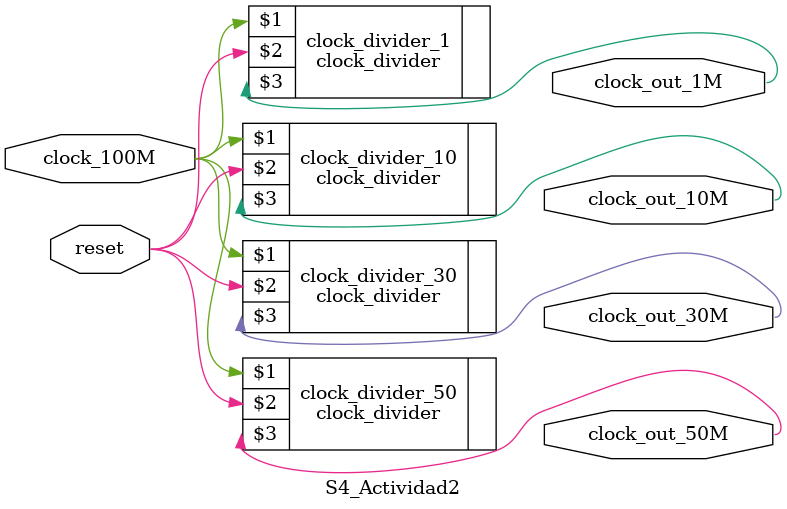
<source format=sv>
`timescale 1ns / 1ps

module S4_Actividad2 (
        input  logic  clock_100M,
        input  logic  reset,

        output logic clock_out_50M,
        output logic clock_out_30M,
        output logic clock_out_10M,
        output logic clock_out_1M
    );

clock_divider #(
        .FREC_IN_MHZ(100), 
        .FREC_OUT_MHZ(50)) clock_divider_50 
        (
            clock_100M, 
            reset, 
            clock_out_50M
        );
        
clock_divider #(
        .FREC_IN_MHZ(100), 
        .FREC_OUT_MHZ(30)) clock_divider_30 
        (
            clock_100M, 
            reset, 
            clock_out_30M
        );
        
clock_divider #(
        .FREC_IN_MHZ(100), 
        .FREC_OUT_MHZ(10)) clock_divider_10 
        (
            clock_100M, 
            reset, 
            clock_out_10M
        );
        
clock_divider #(
        .FREC_IN_MHZ(100), 
        .FREC_OUT_MHZ( 1)) clock_divider_1  
        (
            clock_100M, 
            reset, 
            clock_out_1M
         );
         

endmodule
</source>
